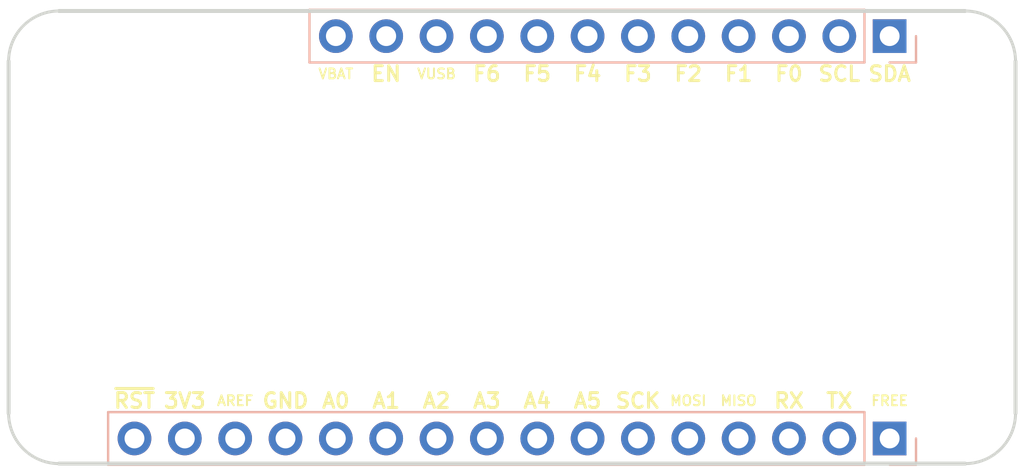
<source format=kicad_pcb>
(kicad_pcb (version 20171130) (host pcbnew 5.0.2-bee76a0~70~ubuntu16.04.1)

  (general
    (thickness 1.6)
    (drawings 36)
    (tracks 0)
    (zones 0)
    (modules 6)
    (nets 29)
  )

  (page A4)
  (layers
    (0 F.Cu signal)
    (31 B.Cu signal)
    (32 B.Adhes user)
    (33 F.Adhes user)
    (34 B.Paste user)
    (35 F.Paste user)
    (36 B.SilkS user)
    (37 F.SilkS user)
    (38 B.Mask user)
    (39 F.Mask user)
    (40 Dwgs.User user)
    (41 Cmts.User user)
    (42 Eco1.User user)
    (43 Eco2.User user)
    (44 Edge.Cuts user)
    (45 Margin user)
    (46 B.CrtYd user)
    (47 F.CrtYd user)
    (48 B.Fab user)
    (49 F.Fab user)
  )

  (setup
    (last_trace_width 0.25)
    (trace_clearance 0.2)
    (zone_clearance 0.508)
    (zone_45_only no)
    (trace_min 0.2)
    (segment_width 0.2)
    (edge_width 0.15)
    (via_size 0.8)
    (via_drill 0.4)
    (via_min_size 0.4)
    (via_min_drill 0.3)
    (uvia_size 0.3)
    (uvia_drill 0.1)
    (uvias_allowed no)
    (uvia_min_size 0.2)
    (uvia_min_drill 0.1)
    (pcb_text_width 0.3)
    (pcb_text_size 1.5 1.5)
    (mod_edge_width 0.15)
    (mod_text_size 1 1)
    (mod_text_width 0.15)
    (pad_size 1.524 1.524)
    (pad_drill 0.762)
    (pad_to_mask_clearance 0.051)
    (solder_mask_min_width 0.25)
    (aux_axis_origin 0 0)
    (visible_elements FFFFFF7F)
    (pcbplotparams
      (layerselection 0x010fc_ffffffff)
      (usegerberextensions false)
      (usegerberattributes false)
      (usegerberadvancedattributes false)
      (creategerberjobfile false)
      (excludeedgelayer true)
      (linewidth 0.100000)
      (plotframeref false)
      (viasonmask false)
      (mode 1)
      (useauxorigin false)
      (hpglpennumber 1)
      (hpglpenspeed 20)
      (hpglpendiameter 15.000000)
      (psnegative false)
      (psa4output false)
      (plotreference true)
      (plotvalue true)
      (plotinvisibletext false)
      (padsonsilk false)
      (subtractmaskfromsilk false)
      (outputformat 1)
      (mirror false)
      (drillshape 1)
      (scaleselection 1)
      (outputdirectory ""))
  )

  (net 0 "")
  (net 1 /FREE)
  (net 2 /TX)
  (net 3 /RX)
  (net 4 /MISO)
  (net 5 /MOSI)
  (net 6 /SCK)
  (net 7 /A5)
  (net 8 /A4)
  (net 9 /A3)
  (net 10 /A2)
  (net 11 /A1)
  (net 12 /A0)
  (net 13 GND)
  (net 14 /AREF)
  (net 15 +3V3)
  (net 16 /~RST)
  (net 17 /SDA)
  (net 18 /SCL)
  (net 19 /F0)
  (net 20 /F1)
  (net 21 /F2)
  (net 22 /F3)
  (net 23 /F4)
  (net 24 /F5)
  (net 25 /F6)
  (net 26 /VUSB)
  (net 27 /EN)
  (net 28 /VBAT)

  (net_class Default "This is the default net class."
    (clearance 0.2)
    (trace_width 0.25)
    (via_dia 0.8)
    (via_drill 0.4)
    (uvia_dia 0.3)
    (uvia_drill 0.1)
    (add_net +3V3)
    (add_net /A0)
    (add_net /A1)
    (add_net /A2)
    (add_net /A3)
    (add_net /A4)
    (add_net /A5)
    (add_net /AREF)
    (add_net /EN)
    (add_net /F0)
    (add_net /F1)
    (add_net /F2)
    (add_net /F3)
    (add_net /F4)
    (add_net /F5)
    (add_net /F6)
    (add_net /FREE)
    (add_net /MISO)
    (add_net /MOSI)
    (add_net /RX)
    (add_net /SCK)
    (add_net /SCL)
    (add_net /SDA)
    (add_net /TX)
    (add_net /VBAT)
    (add_net /VUSB)
    (add_net /~RST)
    (add_net GND)
  )

  (module MountingHole:MountingHole_2.7mm_M2.5 locked (layer F.Cu) (tedit 5D377204) (tstamp 5D4FBE97)
    (at 73.66 27.94)
    (descr "Mounting Hole 2.7mm, no annular, M2.5")
    (tags "mounting hole 2.7mm no annular m2.5")
    (attr virtual)
    (fp_text reference REF** (at 0 -3.7) (layer F.SilkS) hide
      (effects (font (size 1 1) (thickness 0.15)))
    )
    (fp_text value MountingHole_2.7mm_M2.5 (at 0 3.7) (layer F.Fab) hide
      (effects (font (size 1 1) (thickness 0.15)))
    )
    (fp_text user %R (at 0.3 0) (layer F.Fab) hide
      (effects (font (size 1 1) (thickness 0.15)))
    )
    (fp_circle (center 0 0) (end 2.7 0) (layer Cmts.User) (width 0.15))
    (fp_circle (center 0 0) (end 2.95 0) (layer F.CrtYd) (width 0.05))
    (pad 1 np_thru_hole circle (at 0 0) (size 2.7 2.7) (drill 2.7) (layers *.Cu *.Mask))
  )

  (module MountingHole:MountingHole_2.7mm_M2.5 locked (layer F.Cu) (tedit 5D377204) (tstamp 5D4FBE89)
    (at 73.66 45.72)
    (descr "Mounting Hole 2.7mm, no annular, M2.5")
    (tags "mounting hole 2.7mm no annular m2.5")
    (attr virtual)
    (fp_text reference REF** (at 0 -3.7) (layer F.SilkS) hide
      (effects (font (size 1 1) (thickness 0.15)))
    )
    (fp_text value MountingHole_2.7mm_M2.5 (at 0 3.7) (layer F.Fab) hide
      (effects (font (size 1 1) (thickness 0.15)))
    )
    (fp_circle (center 0 0) (end 2.95 0) (layer F.CrtYd) (width 0.05))
    (fp_circle (center 0 0) (end 2.7 0) (layer Cmts.User) (width 0.15))
    (fp_text user %R (at 0.3 0) (layer F.Fab) hide
      (effects (font (size 1 1) (thickness 0.15)))
    )
    (pad 1 np_thru_hole circle (at 0 0) (size 2.7 2.7) (drill 2.7) (layers *.Cu *.Mask))
  )

  (module MountingHole:MountingHole_2.7mm_M2.5 locked (layer F.Cu) (tedit 5D377204) (tstamp 5D4FBE7B)
    (at 27.94 45.72)
    (descr "Mounting Hole 2.7mm, no annular, M2.5")
    (tags "mounting hole 2.7mm no annular m2.5")
    (attr virtual)
    (fp_text reference REF** (at 0 -3.7) (layer F.SilkS) hide
      (effects (font (size 1 1) (thickness 0.15)))
    )
    (fp_text value MountingHole_2.7mm_M2.5 (at 0 3.7) (layer F.Fab) hide
      (effects (font (size 1 1) (thickness 0.15)))
    )
    (fp_text user %R (at 0.3 0) (layer F.Fab) hide
      (effects (font (size 1 1) (thickness 0.15)))
    )
    (fp_circle (center 0 0) (end 2.7 0) (layer Cmts.User) (width 0.15))
    (fp_circle (center 0 0) (end 2.95 0) (layer F.CrtYd) (width 0.05))
    (pad 1 np_thru_hole circle (at 0 0) (size 2.7 2.7) (drill 2.7) (layers *.Cu *.Mask))
  )

  (module MountingHole:MountingHole_2.7mm_M2.5 locked (layer F.Cu) (tedit 5D377204) (tstamp 5D4FBE61)
    (at 27.94 27.94)
    (descr "Mounting Hole 2.7mm, no annular, M2.5")
    (tags "mounting hole 2.7mm no annular m2.5")
    (attr virtual)
    (fp_text reference REF** (at 0 -3.7) (layer F.SilkS) hide
      (effects (font (size 1 1) (thickness 0.15)))
    )
    (fp_text value MountingHole_2.7mm_M2.5 (at 0 3.7) (layer F.Fab) hide
      (effects (font (size 1 1) (thickness 0.15)))
    )
    (fp_circle (center 0 0) (end 2.95 0) (layer F.CrtYd) (width 0.05))
    (fp_circle (center 0 0) (end 2.7 0) (layer Cmts.User) (width 0.15))
    (fp_text user %R (at 0.3 0) (layer F.Fab) hide
      (effects (font (size 1 1) (thickness 0.15)))
    )
    (pad 1 np_thru_hole circle (at 0 0) (size 2.7 2.7) (drill 2.7) (layers *.Cu *.Mask))
  )

  (module Connector_PinHeader_2.54mm:PinHeader_1x16_P2.54mm_Vertical (layer B.Cu) (tedit 5D3772F9) (tstamp 5D4FBF56)
    (at 69.85 46.99 90)
    (descr "Through hole straight pin header, 1x16, 2.54mm pitch, single row")
    (tags "Through hole pin header THT 1x16 2.54mm single row")
    (path /5D375C76)
    (fp_text reference J1 (at 0 2.33 90) (layer B.SilkS) hide
      (effects (font (size 1 1) (thickness 0.15)) (justify mirror))
    )
    (fp_text value "feather long" (at 0 -40.43 90) (layer B.Fab) hide
      (effects (font (size 1 1) (thickness 0.15)) (justify mirror))
    )
    (fp_line (start -0.635 1.27) (end 1.27 1.27) (layer B.Fab) (width 0.1))
    (fp_line (start 1.27 1.27) (end 1.27 -39.37) (layer B.Fab) (width 0.1))
    (fp_line (start 1.27 -39.37) (end -1.27 -39.37) (layer B.Fab) (width 0.1))
    (fp_line (start -1.27 -39.37) (end -1.27 0.635) (layer B.Fab) (width 0.1))
    (fp_line (start -1.27 0.635) (end -0.635 1.27) (layer B.Fab) (width 0.1))
    (fp_line (start -1.33 -39.43) (end 1.33 -39.43) (layer B.SilkS) (width 0.12))
    (fp_line (start -1.33 -1.27) (end -1.33 -39.43) (layer B.SilkS) (width 0.12))
    (fp_line (start 1.33 -1.27) (end 1.33 -39.43) (layer B.SilkS) (width 0.12))
    (fp_line (start -1.33 -1.27) (end 1.33 -1.27) (layer B.SilkS) (width 0.12))
    (fp_line (start -1.33 0) (end -1.33 1.33) (layer B.SilkS) (width 0.12))
    (fp_line (start -1.33 1.33) (end 0 1.33) (layer B.SilkS) (width 0.12))
    (fp_line (start -1.8 1.8) (end -1.8 -39.9) (layer B.CrtYd) (width 0.05))
    (fp_line (start -1.8 -39.9) (end 1.8 -39.9) (layer B.CrtYd) (width 0.05))
    (fp_line (start 1.8 -39.9) (end 1.8 1.8) (layer B.CrtYd) (width 0.05))
    (fp_line (start 1.8 1.8) (end -1.8 1.8) (layer B.CrtYd) (width 0.05))
    (fp_text user %R (at 0 -19.05) (layer B.Fab)
      (effects (font (size 1 1) (thickness 0.15)) (justify mirror))
    )
    (pad 1 thru_hole rect (at 0 0 90) (size 1.7 1.7) (drill 1) (layers *.Cu *.Mask)
      (net 1 /FREE))
    (pad 2 thru_hole oval (at 0 -2.54 90) (size 1.7 1.7) (drill 1) (layers *.Cu *.Mask)
      (net 2 /TX))
    (pad 3 thru_hole oval (at 0 -5.08 90) (size 1.7 1.7) (drill 1) (layers *.Cu *.Mask)
      (net 3 /RX))
    (pad 4 thru_hole oval (at 0 -7.62 90) (size 1.7 1.7) (drill 1) (layers *.Cu *.Mask)
      (net 4 /MISO))
    (pad 5 thru_hole oval (at 0 -10.16 90) (size 1.7 1.7) (drill 1) (layers *.Cu *.Mask)
      (net 5 /MOSI))
    (pad 6 thru_hole oval (at 0 -12.7 90) (size 1.7 1.7) (drill 1) (layers *.Cu *.Mask)
      (net 6 /SCK))
    (pad 7 thru_hole oval (at 0 -15.24 90) (size 1.7 1.7) (drill 1) (layers *.Cu *.Mask)
      (net 7 /A5))
    (pad 8 thru_hole oval (at 0 -17.78 90) (size 1.7 1.7) (drill 1) (layers *.Cu *.Mask)
      (net 8 /A4))
    (pad 9 thru_hole oval (at 0 -20.32 90) (size 1.7 1.7) (drill 1) (layers *.Cu *.Mask)
      (net 9 /A3))
    (pad 10 thru_hole oval (at 0 -22.86 90) (size 1.7 1.7) (drill 1) (layers *.Cu *.Mask)
      (net 10 /A2))
    (pad 11 thru_hole oval (at 0 -25.4 90) (size 1.7 1.7) (drill 1) (layers *.Cu *.Mask)
      (net 11 /A1))
    (pad 12 thru_hole oval (at 0 -27.94 90) (size 1.7 1.7) (drill 1) (layers *.Cu *.Mask)
      (net 12 /A0))
    (pad 13 thru_hole oval (at 0 -30.48 90) (size 1.7 1.7) (drill 1) (layers *.Cu *.Mask)
      (net 13 GND))
    (pad 14 thru_hole oval (at 0 -33.02 90) (size 1.7 1.7) (drill 1) (layers *.Cu *.Mask)
      (net 14 /AREF))
    (pad 15 thru_hole oval (at 0 -35.56 90) (size 1.7 1.7) (drill 1) (layers *.Cu *.Mask)
      (net 15 +3V3))
    (pad 16 thru_hole oval (at 0 -38.1 90) (size 1.7 1.7) (drill 1) (layers *.Cu *.Mask)
      (net 16 /~RST))
    (model ${KISYS3DMOD}/Connector_PinHeader_2.54mm.3dshapes/PinHeader_1x16_P2.54mm_Vertical.wrl
      (at (xyz 0 0 0))
      (scale (xyz 1 1 1))
      (rotate (xyz 0 0 0))
    )
  )

  (module Connector_PinHeader_2.54mm:PinHeader_1x12_P2.54mm_Vertical (layer B.Cu) (tedit 5D3772F5) (tstamp 5D4FBF76)
    (at 69.85 26.67 90)
    (descr "Through hole straight pin header, 1x12, 2.54mm pitch, single row")
    (tags "Through hole pin header THT 1x12 2.54mm single row")
    (path /5D375CC4)
    (fp_text reference J2 (at 0 2.33 90) (layer B.SilkS) hide
      (effects (font (size 1 1) (thickness 0.15)) (justify mirror))
    )
    (fp_text value "feather short" (at 0 -30.27 90) (layer B.Fab) hide
      (effects (font (size 1 1) (thickness 0.15)) (justify mirror))
    )
    (fp_line (start -0.635 1.27) (end 1.27 1.27) (layer B.Fab) (width 0.1))
    (fp_line (start 1.27 1.27) (end 1.27 -29.21) (layer B.Fab) (width 0.1))
    (fp_line (start 1.27 -29.21) (end -1.27 -29.21) (layer B.Fab) (width 0.1))
    (fp_line (start -1.27 -29.21) (end -1.27 0.635) (layer B.Fab) (width 0.1))
    (fp_line (start -1.27 0.635) (end -0.635 1.27) (layer B.Fab) (width 0.1))
    (fp_line (start -1.33 -29.27) (end 1.33 -29.27) (layer B.SilkS) (width 0.12))
    (fp_line (start -1.33 -1.27) (end -1.33 -29.27) (layer B.SilkS) (width 0.12))
    (fp_line (start 1.33 -1.27) (end 1.33 -29.27) (layer B.SilkS) (width 0.12))
    (fp_line (start -1.33 -1.27) (end 1.33 -1.27) (layer B.SilkS) (width 0.12))
    (fp_line (start -1.33 0) (end -1.33 1.33) (layer B.SilkS) (width 0.12))
    (fp_line (start -1.33 1.33) (end 0 1.33) (layer B.SilkS) (width 0.12))
    (fp_line (start -1.8 1.8) (end -1.8 -29.75) (layer B.CrtYd) (width 0.05))
    (fp_line (start -1.8 -29.75) (end 1.8 -29.75) (layer B.CrtYd) (width 0.05))
    (fp_line (start 1.8 -29.75) (end 1.8 1.8) (layer B.CrtYd) (width 0.05))
    (fp_line (start 1.8 1.8) (end -1.8 1.8) (layer B.CrtYd) (width 0.05))
    (fp_text user %R (at 0 -13.97) (layer B.Fab)
      (effects (font (size 1 1) (thickness 0.15)) (justify mirror))
    )
    (pad 1 thru_hole rect (at 0 0 90) (size 1.7 1.7) (drill 1) (layers *.Cu *.Mask)
      (net 17 /SDA))
    (pad 2 thru_hole oval (at 0 -2.54 90) (size 1.7 1.7) (drill 1) (layers *.Cu *.Mask)
      (net 18 /SCL))
    (pad 3 thru_hole oval (at 0 -5.08 90) (size 1.7 1.7) (drill 1) (layers *.Cu *.Mask)
      (net 19 /F0))
    (pad 4 thru_hole oval (at 0 -7.62 90) (size 1.7 1.7) (drill 1) (layers *.Cu *.Mask)
      (net 20 /F1))
    (pad 5 thru_hole oval (at 0 -10.16 90) (size 1.7 1.7) (drill 1) (layers *.Cu *.Mask)
      (net 21 /F2))
    (pad 6 thru_hole oval (at 0 -12.7 90) (size 1.7 1.7) (drill 1) (layers *.Cu *.Mask)
      (net 22 /F3))
    (pad 7 thru_hole oval (at 0 -15.24 90) (size 1.7 1.7) (drill 1) (layers *.Cu *.Mask)
      (net 23 /F4))
    (pad 8 thru_hole oval (at 0 -17.78 90) (size 1.7 1.7) (drill 1) (layers *.Cu *.Mask)
      (net 24 /F5))
    (pad 9 thru_hole oval (at 0 -20.32 90) (size 1.7 1.7) (drill 1) (layers *.Cu *.Mask)
      (net 25 /F6))
    (pad 10 thru_hole oval (at 0 -22.86 90) (size 1.7 1.7) (drill 1) (layers *.Cu *.Mask)
      (net 26 /VUSB))
    (pad 11 thru_hole oval (at 0 -25.4 90) (size 1.7 1.7) (drill 1) (layers *.Cu *.Mask)
      (net 27 /EN))
    (pad 12 thru_hole oval (at 0 -27.94 90) (size 1.7 1.7) (drill 1) (layers *.Cu *.Mask)
      (net 28 /VBAT))
    (model ${KISYS3DMOD}/Connector_PinHeader_2.54mm.3dshapes/PinHeader_1x12_P2.54mm_Vertical.wrl
      (at (xyz 0 0 0))
      (scale (xyz 1 1 1))
      (rotate (xyz 0 0 0))
    )
  )

  (gr_text VUSB (at 46.99 28.575) (layer F.SilkS) (tstamp 5D4FC291)
    (effects (font (size 0.5 0.5) (thickness 0.1)))
  )
  (gr_text VBAT (at 41.91 28.575) (layer F.SilkS) (tstamp 5D4FC28C)
    (effects (font (size 0.5 0.5) (thickness 0.1)))
  )
  (gr_text EN (at 44.45 28.575) (layer F.SilkS) (tstamp 5D4FC287)
    (effects (font (size 0.75 0.75) (thickness 0.15)))
  )
  (gr_text F6 (at 49.53 28.575) (layer F.SilkS) (tstamp 5D4FC282)
    (effects (font (size 0.75 0.75) (thickness 0.15)))
  )
  (gr_text F5 (at 52.07 28.575) (layer F.SilkS) (tstamp 5D4FC27D)
    (effects (font (size 0.75 0.75) (thickness 0.15)))
  )
  (gr_text F4 (at 54.61 28.575) (layer F.SilkS) (tstamp 5D4FC277)
    (effects (font (size 0.75 0.75) (thickness 0.15)))
  )
  (gr_text F3 (at 57.15 28.575) (layer F.SilkS) (tstamp 5D4FC272)
    (effects (font (size 0.75 0.75) (thickness 0.15)))
  )
  (gr_text F2 (at 59.69 28.575) (layer F.SilkS) (tstamp 5D4FC26D)
    (effects (font (size 0.75 0.75) (thickness 0.15)))
  )
  (gr_text F1 (at 62.23 28.575) (layer F.SilkS) (tstamp 5D4FC268)
    (effects (font (size 0.75 0.75) (thickness 0.15)))
  )
  (gr_text F0 (at 64.77 28.575) (layer F.SilkS) (tstamp 5D4FC263)
    (effects (font (size 0.75 0.75) (thickness 0.15)))
  )
  (gr_text SCL (at 67.31 28.575) (layer F.SilkS) (tstamp 5D4FC25E)
    (effects (font (size 0.75 0.75) (thickness 0.15)))
  )
  (gr_text SDA (at 69.85 28.575) (layer F.SilkS) (tstamp 5D4FC259)
    (effects (font (size 0.75 0.75) (thickness 0.15)))
  )
  (gr_text FREE (at 69.85 45.085) (layer F.SilkS) (tstamp 5D4FC245)
    (effects (font (size 0.5 0.5) (thickness 0.1)))
  )
  (gr_text TX (at 67.31 45.085) (layer F.SilkS) (tstamp 5D4FC240)
    (effects (font (size 0.75 0.75) (thickness 0.15)))
  )
  (gr_text RX (at 64.77 45.085) (layer F.SilkS) (tstamp 5D4FC23B)
    (effects (font (size 0.75 0.75) (thickness 0.15)))
  )
  (gr_text MISO (at 62.23 45.085) (layer F.SilkS) (tstamp 5D4FC236)
    (effects (font (size 0.5 0.5) (thickness 0.1)))
  )
  (gr_text MOSI (at 59.69 45.085) (layer F.SilkS) (tstamp 5D4FC231)
    (effects (font (size 0.5 0.5) (thickness 0.1)))
  )
  (gr_text SCK (at 57.15 45.085) (layer F.SilkS) (tstamp 5D4FC22C)
    (effects (font (size 0.75 0.75) (thickness 0.15)))
  )
  (gr_text A5 (at 54.61 45.085) (layer F.SilkS) (tstamp 5D4FC21D)
    (effects (font (size 0.75 0.75) (thickness 0.15)))
  )
  (gr_text A4 (at 52.07 45.085) (layer F.SilkS) (tstamp 5D4FC21B)
    (effects (font (size 0.75 0.75) (thickness 0.15)))
  )
  (gr_text A3 (at 49.53 45.085) (layer F.SilkS) (tstamp 5D4FC219)
    (effects (font (size 0.75 0.75) (thickness 0.15)))
  )
  (gr_text A2 (at 46.99 45.085) (layer F.SilkS) (tstamp 5D4FC217)
    (effects (font (size 0.75 0.75) (thickness 0.15)))
  )
  (gr_text A1 (at 44.45 45.085) (layer F.SilkS) (tstamp 5D4FC212)
    (effects (font (size 0.75 0.75) (thickness 0.15)))
  )
  (gr_text A0 (at 41.91 45.085) (layer F.SilkS) (tstamp 5D4FC20D)
    (effects (font (size 0.75 0.75) (thickness 0.15)))
  )
  (gr_text GND (at 39.37 45.085) (layer F.SilkS) (tstamp 5D4FC208)
    (effects (font (size 0.75 0.75) (thickness 0.15)))
  )
  (gr_text AREF (at 36.83 45.085) (layer F.SilkS) (tstamp 5D4FC203)
    (effects (font (size 0.5 0.5) (thickness 0.1)))
  )
  (gr_text 3V3 (at 34.29 45.085) (layer F.SilkS) (tstamp 5D4FC1FE)
    (effects (font (size 0.75 0.75) (thickness 0.15)))
  )
  (gr_text ~RST (at 31.75 45.085) (layer F.SilkS)
    (effects (font (size 0.75 0.75) (thickness 0.15)))
  )
  (gr_arc (start 73.66 27.94) (end 76.2 27.94) (angle -90) (layer Edge.Cuts) (width 0.15))
  (gr_arc (start 73.66 45.72) (end 73.66 48.26) (angle -90) (layer Edge.Cuts) (width 0.15))
  (gr_arc (start 27.94 45.72) (end 25.4 45.72) (angle -90) (layer Edge.Cuts) (width 0.15))
  (gr_arc (start 27.94 27.94) (end 27.94 25.4) (angle -90) (layer Edge.Cuts) (width 0.15))
  (gr_line (start 25.4 45.72) (end 25.4 27.94) (layer Edge.Cuts) (width 0.2))
  (gr_line (start 73.66 48.26) (end 27.94 48.26) (layer Edge.Cuts) (width 0.2))
  (gr_line (start 76.2 27.94) (end 76.2 45.72) (layer Edge.Cuts) (width 0.2))
  (gr_line (start 27.94 25.4) (end 73.66 25.4) (layer Edge.Cuts) (width 0.2))

)

</source>
